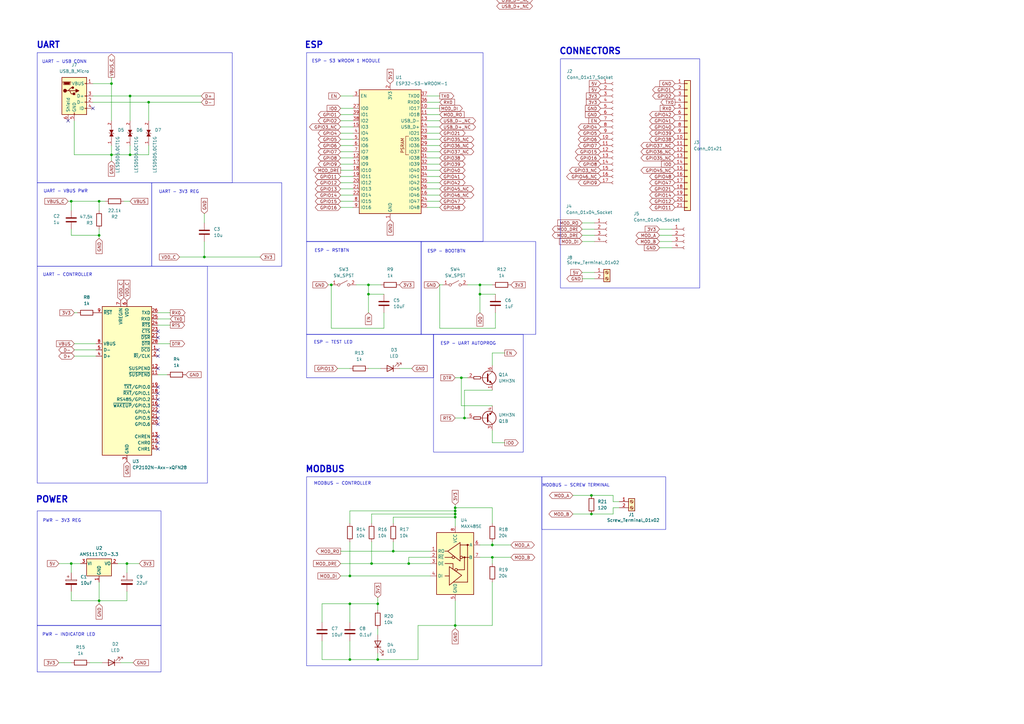
<source format=kicad_sch>
(kicad_sch (version 20231120) (generator "eeschema") (generator_version "8.0")
  (paper "A3")
  (lib_symbols
    (symbol "Connector:Conn_01x04_Socket" (pin_names (offset 1.016) hide)
      (property "Reference" "J" (at 0 5.08 0))
      (property "Value" "Conn_01x04_Socket" (at 0 -7.62 0))
      (symbol "Conn_01x04_Socket_1_1"
        (pin passive line (at -5.08 2.54 0) (length 3.81) (name "Pin_1") (number "1"))
        (pin passive line (at -5.08 0 0) (length 3.81) (name "Pin_2") (number "2"))
        (pin passive line (at -5.08 -2.54 0) (length 3.81) (name "Pin_3") (number "3"))
        (pin passive line (at -5.08 -5.08 0) (length 3.81) (name "Pin_4") (number "4"))
      )
    )
    (symbol "Connector:Conn_01x17_Socket" (pin_names (offset 1.016) hide)
      (property "Reference" "J" (at 0 22.86 0))
      (property "Value" "Conn_01x17_Socket" (at 0 -22.86 0))
      (symbol "Conn_01x17_Socket_1_1"
        (pin passive line (at -5.08 20.32 0) (length 3.81) (name "Pin_1") (number "1"))
        (pin passive line (at -5.08 -2.54 0) (length 3.81) (name "Pin_10") (number "10"))
        (pin passive line (at -5.08 -5.08 0) (length 3.81) (name "Pin_11") (number "11"))
        (pin passive line (at -5.08 -7.62 0) (length 3.81) (name "Pin_12") (number "12"))
        (pin passive line (at -5.08 -10.16 0) (length 3.81) (name "Pin_13") (number "13"))
        (pin passive line (at -5.08 -12.7 0) (length 3.81) (name "Pin_14") (number "14"))
        (pin passive line (at -5.08 -15.24 0) (length 3.81) (name "Pin_15") (number "15"))
        (pin passive line (at -5.08 -17.78 0) (length 3.81) (name "Pin_16") (number "16"))
        (pin passive line (at -5.08 -20.32 0) (length 3.81) (name "Pin_17") (number "17"))
        (pin passive line (at -5.08 17.78 0) (length 3.81) (name "Pin_2") (number "2"))
        (pin passive line (at -5.08 15.24 0) (length 3.81) (name "Pin_3") (number "3"))
        (pin passive line (at -5.08 12.7 0) (length 3.81) (name "Pin_4") (number "4"))
        (pin passive line (at -5.08 10.16 0) (length 3.81) (name "Pin_5") (number "5"))
        (pin passive line (at -5.08 7.62 0) (length 3.81) (name "Pin_6") (number "6"))
        (pin passive line (at -5.08 5.08 0) (length 3.81) (name "Pin_7") (number "7"))
        (pin passive line (at -5.08 2.54 0) (length 3.81) (name "Pin_8") (number "8"))
        (pin passive line (at -5.08 0 0) (length 3.81) (name "Pin_9") (number "9"))
      )
    )
    (symbol "Connector:Screw_Terminal_01x02" (pin_names (offset 1.016) hide)
      (property "Reference" "J" (at 0 2.54 0))
      (property "Value" "Screw_Terminal_01x02" (at 0 -5.08 0))
      (symbol "Screw_Terminal_01x02_1_1"
        (pin passive line (at -5.08 0 0) (length 3.81) (name "Pin_1") (number "1"))
        (pin passive line (at -5.08 -2.54 0) (length 3.81) (name "Pin_2") (number "2"))
      )
    )
    (symbol "Connector:USB_B_Micro" (pin_names (offset 1.016))
      (property "Reference" "J" (at -5.08 11.43 0))
      (property "Value" "USB_B_Micro" (at -5.08 8.89 0))
      (symbol "USB_B_Micro_1_1"
        (pin power_out line (at 7.62 5.08 180) (length 2.54) (name "VBUS") (number "1"))
        (pin bidirectional line (at 7.62 -2.54 180) (length 2.54) (name "D-") (number "2"))
        (pin bidirectional line (at 7.62 0 180) (length 2.54) (name "D+") (number "3"))
        (pin passive line (at 7.62 -5.08 180) (length 2.54) (name "ID") (number "4"))
        (pin power_out line (at 0 -10.16 90) (length 2.54) (name "GND") (number "5"))
        (pin passive line (at -2.54 -10.16 90) (length 2.54) (name "Shield") (number "6"))
      )
    )
    (symbol "Connector_Generic:Conn_01x21" (pin_names (offset 1.016) hide)
      (property "Reference" "J" (at 0 27.94 0))
      (property "Value" "Conn_01x21" (at 0 -27.94 0))
      (symbol "Conn_01x21_1_1"
        (pin passive line (at -5.08 25.4 0) (length 3.81) (name "Pin_1") (number "1"))
        (pin passive line (at -5.08 2.54 0) (length 3.81) (name "Pin_10") (number "10"))
        (pin passive line (at -5.08 0 0) (length 3.81) (name "Pin_11") (number "11"))
        (pin passive line (at -5.08 -2.54 0) (length 3.81) (name "Pin_12") (number "12"))
        (pin passive line (at -5.08 -5.08 0) (length 3.81) (name "Pin_13") (number "13"))
        (pin passive line (at -5.08 -7.62 0) (length 3.81) (name "Pin_14") (number "14"))
        (pin passive line (at -5.08 -10.16 0) (length 3.81) (name "Pin_15") (number "15"))
        (pin passive line (at -5.08 -12.7 0) (length 3.81) (name "Pin_16") (number "16"))
        (pin passive line (at -5.08 -15.24 0) (length 3.81) (name "Pin_17") (number "17"))
        (pin passive line (at -5.08 -17.78 0) (length 3.81) (name "Pin_18") (number "18"))
        (pin passive line (at -5.08 -20.32 0) (length 3.81) (name "Pin_19") (number "19"))
        (pin passive line (at -5.08 22.86 0) (length 3.81) (name "Pin_2") (number "2"))
        (pin passive line (at -5.08 -22.86 0) (length 3.81) (name "Pin_20") (number "20"))
        (pin passive line (at -5.08 -25.4 0) (length 3.81) (name "Pin_21") (number "21"))
        (pin passive line (at -5.08 20.32 0) (length 3.81) (name "Pin_3") (number "3"))
        (pin passive line (at -5.08 17.78 0) (length 3.81) (name "Pin_4") (number "4"))
        (pin passive line (at -5.08 15.24 0) (length 3.81) (name "Pin_5") (number "5"))
        (pin passive line (at -5.08 12.7 0) (length 3.81) (name "Pin_6") (number "6"))
        (pin passive line (at -5.08 10.16 0) (length 3.81) (name "Pin_7") (number "7"))
        (pin passive line (at -5.08 7.62 0) (length 3.81) (name "Pin_8") (number "8"))
        (pin passive line (at -5.08 5.08 0) (length 3.81) (name "Pin_9") (number "9"))
      )
    )
    (symbol "Device:C" (pin_numbers hide) (pin_names (offset 0.254))
      (property "Reference" "C" (at 0.635 2.54 0))
      (property "Value" "C" (at 0.635 -2.54 0))
      (symbol "C_1_1"
        (pin passive line (at 0 3.81 270) (length 2.794) (name "~") (number "1"))
        (pin passive line (at 0 -3.81 90) (length 2.794) (name "~") (number "2"))
      )
    )
    (symbol "Device:C_Polarized" (pin_numbers hide) (pin_names (offset 0.254))
      (property "Reference" "C" (at 0.635 2.54 0))
      (property "Value" "C_Polarized" (at 0.635 -2.54 0))
      (symbol "C_Polarized_1_1"
        (pin passive line (at 0 3.81 270) (length 2.794) (name "~") (number "1"))
        (pin passive line (at 0 -3.81 90) (length 2.794) (name "~") (number "2"))
      )
    )
    (symbol "Device:LED" (pin_numbers hide) (pin_names (offset 1.016) hide)
      (property "Reference" "D" (at 0 2.54 0))
      (property "Value" "LED" (at 0 -2.54 0))
      (symbol "LED_1_1"
        (pin passive line (at -3.81 0 0) (length 2.54) (name "K") (number "1"))
        (pin passive line (at 3.81 0 180) (length 2.54) (name "A") (number "2"))
      )
    )
    (symbol "Device:R" (pin_numbers hide) (pin_names (offset 0))
      (property "Reference" "R" (at 2.032 0 90))
      (property "Value" "R" (at 0 0 90))
      (symbol "R_1_1"
        (pin passive line (at 0 3.81 270) (length 1.27) (name "~") (number "1"))
        (pin passive line (at 0 -3.81 90) (length 1.27) (name "~") (number "2"))
      )
    )
    (symbol "Interface_UART:MAX485E"
      (property "Reference" "U" (at -6.985 13.97 0))
      (property "Value" "MAX485E" (at 1.905 13.97 0))
      (symbol "MAX485E_1_1"
        (pin output line (at -10.16 5.08 0) (length 2.54) (name "RO") (number "1"))
        (pin input line (at -10.16 2.54 0) (length 2.54) (name "~{RE}") (number "2"))
        (pin input line (at -10.16 0 0) (length 2.54) (name "DE") (number "3"))
        (pin input line (at -10.16 -5.08 0) (length 2.54) (name "DI") (number "4"))
        (pin power_in line (at 0 -15.24 90) (length 2.54) (name "GND") (number "5"))
        (pin bidirectional line (at 10.16 7.62 180) (length 2.54) (name "A") (number "6"))
        (pin bidirectional line (at 10.16 2.54 180) (length 2.54) (name "B") (number "7"))
        (pin power_in line (at 0 15.24 270) (length 2.54) (name "VCC") (number "8"))
      )
    )
    (symbol "Interface_USB:CP2102N-Axx-xQFN28"
      (property "Reference" "U" (at -8.89 31.75 0))
      (property "Value" "CP2102N-Axx-xQFN28" (at 12.7 31.75 0))
      (symbol "CP2102N-Axx-xQFN28_1_1"
        (pin input line (at 12.7 12.7 180) (length 2.54) (name "~{DCD}") (number "1"))
        (pin no_connect line (at -10.16 -27.94 0) (length 2.54) hide (name "NC") (number "10"))
        (pin output line (at 12.7 2.54 180) (length 2.54) (name "~{SUSPEND}") (number "11"))
        (pin output line (at 12.7 5.08 180) (length 2.54) (name "SUSPEND") (number "12"))
        (pin output line (at 12.7 -22.86 180) (length 2.54) (name "CHREN") (number "13"))
        (pin output line (at 12.7 -27.94 180) (length 2.54) (name "CHR1") (number "14"))
        (pin output line (at 12.7 -25.4 180) (length 2.54) (name "CHR0") (number "15"))
        (pin bidirectional line (at 12.7 -10.16 180) (length 2.54) (name "~{WAKEUP}/GPIO.3") (number "16"))
        (pin bidirectional line (at 12.7 -7.62 180) (length 2.54) (name "RS485/GPIO.2") (number "17"))
        (pin bidirectional line (at 12.7 -5.08 180) (length 2.54) (name "~{RXT}/GPIO.1") (number "18"))
        (pin bidirectional line (at 12.7 -2.54 180) (length 2.54) (name "~{TXT}/GPIO.0") (number "19"))
        (pin bidirectional line (at 12.7 10.16 180) (length 2.54) (name "~{RI}/CLK") (number "2"))
        (pin bidirectional line (at 12.7 -17.78 180) (length 2.54) (name "GPIO.6") (number "20"))
        (pin bidirectional line (at 12.7 -15.24 180) (length 2.54) (name "GPIO.5") (number "21"))
        (pin bidirectional line (at 12.7 -12.7 180) (length 2.54) (name "GPIO.4") (number "22"))
        (pin input line (at 12.7 20.32 180) (length 2.54) (name "~{CTS}") (number "23"))
        (pin output line (at 12.7 22.86 180) (length 2.54) (name "~{RTS}") (number "24"))
        (pin input line (at 12.7 25.4 180) (length 2.54) (name "RXD") (number "25"))
        (pin output line (at 12.7 27.94 180) (length 2.54) (name "TXD") (number "26"))
        (pin input line (at 12.7 17.78 180) (length 2.54) (name "~{DSR}") (number "27"))
        (pin output line (at 12.7 15.24 180) (length 2.54) (name "~{DTR}") (number "28"))
        (pin passive line (at 0 -33.02 90) (length 2.54) hide (name "GND") (number "29"))
        (pin power_in line (at 0 -33.02 90) (length 2.54) (name "GND") (number "3"))
        (pin bidirectional line (at -12.7 10.16 0) (length 2.54) (name "D+") (number "4"))
        (pin bidirectional line (at -12.7 12.7 0) (length 2.54) (name "D-") (number "5"))
        (pin power_in line (at 0 33.02 270) (length 2.54) (name "VDD") (number "6"))
        (pin power_in line (at -2.54 33.02 270) (length 2.54) (name "VREGIN") (number "7"))
        (pin input line (at -12.7 15.24 0) (length 2.54) (name "VBUS") (number "8"))
        (pin input line (at -12.7 27.94 0) (length 2.54) (name "~{RST}") (number "9"))
      )
    )
    (symbol "LESD5D5.0CT1G:LESD5D5.0CT1G" (pin_names (offset 1.016))
      (property "Reference" "D" (at -5.08 2.54 0))
      (property "Value" "LESD5D5.0CT1G" (at -5.08 -5.08 0))
      (symbol "LESD5D5.0CT1G_0_0"
        (pin passive line (at -5.08 0 0) (length 2.54) (name "~") (number "1"))
        (pin passive line (at 5.08 0 180) (length 2.54) (name "~") (number "2"))
      )
    )
    (symbol "RF_Module:ESP32-S3-WROOM-1"
      (property "Reference" "U" (at -12.7 26.67 0))
      (property "Value" "ESP32-S3-WROOM-1" (at 12.7 26.67 0))
      (symbol "ESP32-S3-WROOM-1_0_0"
        (text "PSRAM" (at 5.08 2.54 900) (effects (font (size 1.27 1.27))))
      )
      (symbol "ESP32-S3-WROOM-1_1_1"
        (pin power_in line (at 0 -27.94 90) (length 2.54) (name "GND") (number "1"))
        (pin bidirectional line (at 15.24 17.78 180) (length 2.54) (name "IO17") (number "10"))
        (pin bidirectional line (at 15.24 15.24 180) (length 2.54) (name "IO18") (number "11"))
        (pin bidirectional line (at -15.24 -2.54 0) (length 2.54) (name "IO8") (number "12"))
        (pin bidirectional line (at 15.24 12.7 180) (length 2.54) (name "USB_D-") (number "13"))
        (pin bidirectional line (at 15.24 10.16 180) (length 2.54) (name "USB_D+") (number "14"))
        (pin bidirectional line (at -15.24 10.16 0) (length 2.54) (name "IO3") (number "15"))
        (pin bidirectional line (at 15.24 -17.78 180) (length 2.54) (name "IO46") (number "16"))
        (pin bidirectional line (at -15.24 -5.08 0) (length 2.54) (name "IO9") (number "17"))
        (pin bidirectional line (at -15.24 -7.62 0) (length 2.54) (name "IO10") (number "18"))
        (pin bidirectional line (at -15.24 -10.16 0) (length 2.54) (name "IO11") (number "19"))
        (pin power_in line (at 0 27.94 270) (length 2.54) (name "3V3") (number "2"))
        (pin bidirectional line (at -15.24 -12.7 0) (length 2.54) (name "IO12") (number "20"))
        (pin bidirectional line (at -15.24 -15.24 0) (length 2.54) (name "IO13") (number "21"))
        (pin bidirectional line (at -15.24 -17.78 0) (length 2.54) (name "IO14") (number "22"))
        (pin bidirectional line (at 15.24 7.62 180) (length 2.54) (name "IO21") (number "23"))
        (pin bidirectional line (at 15.24 -20.32 180) (length 2.54) (name "IO47") (number "24"))
        (pin bidirectional line (at 15.24 -22.86 180) (length 2.54) (name "IO48") (number "25"))
        (pin bidirectional line (at 15.24 -15.24 180) (length 2.54) (name "IO45") (number "26"))
        (pin bidirectional line (at -15.24 17.78 0) (length 2.54) (name "IO0") (number "27"))
        (pin bidirectional line (at 15.24 5.08 180) (length 2.54) (name "IO35") (number "28"))
        (pin bidirectional line (at 15.24 2.54 180) (length 2.54) (name "IO36") (number "29"))
        (pin input line (at -15.24 22.86 0) (length 2.54) (name "EN") (number "3"))
        (pin bidirectional line (at 15.24 0 180) (length 2.54) (name "IO37") (number "30"))
        (pin bidirectional line (at 15.24 -2.54 180) (length 2.54) (name "IO38") (number "31"))
        (pin bidirectional line (at 15.24 -5.08 180) (length 2.54) (name "IO39") (number "32"))
        (pin bidirectional line (at 15.24 -7.62 180) (length 2.54) (name "IO40") (number "33"))
        (pin bidirectional line (at 15.24 -10.16 180) (length 2.54) (name "IO41") (number "34"))
        (pin bidirectional line (at 15.24 -12.7 180) (length 2.54) (name "IO42") (number "35"))
        (pin bidirectional line (at 15.24 20.32 180) (length 2.54) (name "RXD0") (number "36"))
        (pin bidirectional line (at 15.24 22.86 180) (length 2.54) (name "TXD0") (number "37"))
        (pin bidirectional line (at -15.24 12.7 0) (length 2.54) (name "IO2") (number "38"))
        (pin bidirectional line (at -15.24 15.24 0) (length 2.54) (name "IO1") (number "39"))
        (pin bidirectional line (at -15.24 7.62 0) (length 2.54) (name "IO4") (number "4"))
        (pin passive line (at 0 -27.94 90) (length 2.54) hide (name "GND") (number "40"))
        (pin passive line (at 0 -27.94 90) (length 2.54) hide (name "GND") (number "41"))
        (pin bidirectional line (at -15.24 5.08 0) (length 2.54) (name "IO5") (number "5"))
        (pin bidirectional line (at -15.24 2.54 0) (length 2.54) (name "IO6") (number "6"))
        (pin bidirectional line (at -15.24 0 0) (length 2.54) (name "IO7") (number "7"))
        (pin bidirectional line (at -15.24 -20.32 0) (length 2.54) (name "IO15") (number "8"))
        (pin bidirectional line (at -15.24 -22.86 0) (length 2.54) (name "IO16") (number "9"))
      )
    )
    (symbol "Regulator_Linear:AMS1117CD-3.3" (pin_names (offset 0.254))
      (property "Reference" "U" (at -3.81 3.175 0))
      (property "Value" "AMS1117CD-3.3" (at 0 3.175 0))
      (symbol "AMS1117CD-3.3_1_1"
        (pin power_in line (at 0 -7.62 90) (length 2.54) (name "GND") (number "1"))
        (pin power_out line (at 7.62 0 180) (length 2.54) (name "VO") (number "2"))
        (pin power_in line (at -7.62 0 0) (length 2.54) (name "VI") (number "3"))
      )
    )
    (symbol "Switch:SW_SPST" (pin_names (offset 0) hide)
      (property "Reference" "SW" (at 0 3.175 0))
      (property "Value" "SW_SPST" (at 0 -2.54 0))
      (symbol "SW_SPST_1_1"
        (pin passive line (at -5.08 0 0) (length 2.54) (name "A") (number "1"))
        (pin passive line (at 5.08 0 180) (length 2.54) (name "B") (number "2"))
      )
    )
    (symbol "Transistor_BJT:UMH3N" (pin_names hide)
      (property "Reference" "Q" (at 7.62 1.27 0))
      (property "Value" "UMH3N" (at 7.62 -1.27 0))
      (symbol "UMH3N_1_1"
        (pin passive line (at 5.08 -5.08 90) (length 2.54) (name "E1") (number "1"))
        (pin input line (at -5.08 0 0) (length 2.54) (name "B1") (number "2"))
        (pin passive line (at 5.08 5.08 270) (length 2.54) (name "C1") (number "6"))
      )
      (symbol "UMH3N_2_1"
        (pin passive line (at 5.08 5.08 270) (length 2.54) (name "C2") (number "3"))
        (pin passive line (at 5.08 -5.08 90) (length 2.54) (name "E2") (number "4"))
        (pin input line (at -5.08 0 0) (length 2.54) (name "B2") (number "5"))
      )
    )
  )
  (junction (at 201.93 228.6))
  (junction (at 186.69 212.09))
  (junction (at 190.5 171.45))
  (junction (at 143.51 236.22))
  (junction (at 151.13 116.84))
  (junction (at 161.29 226.06))
  (junction (at 45.72 63.5))
  (junction (at 135.89 116.84))
  (junction (at 167.64 231.14))
  (junction (at 60.96 41.91))
  (junction (at 151.13 120.65))
  (junction (at 196.85 120.65))
  (junction (at 201.93 223.52))
  (junction (at 152.4 231.14))
  (junction (at 186.69 256.54))
  (junction (at 186.69 209.55))
  (junction (at 53.34 39.37))
  (junction (at 186.69 210.82))
  (junction (at 154.94 247.65))
  (junction (at 40.64 96.52))
  (junction (at 45.72 34.29))
  (junction (at 242.57 210.82))
  (junction (at 52.07 231.14))
  (junction (at 83.82 105.41))
  (junction (at 40.64 82.55))
  (junction (at 29.21 82.55))
  (junction (at 196.85 116.84))
  (junction (at 186.69 208.28))
  (junction (at 143.51 247.65))
  (junction (at 242.57 203.2))
  (junction (at 29.21 231.14))
  (junction (at 189.23 154.94))
  (junction (at 154.94 270.51))
  (junction (at 40.64 246.38))
  (junction (at 143.51 270.51))
  (junction (at 53.34 63.5))
  (no_connect (at 64.77 158.75))
  (no_connect (at 213.36 -22.86))
  (no_connect (at 64.77 179.07))
  (no_connect (at 64.77 173.99))
  (no_connect (at 27.94 49.53))
  (no_connect (at 64.77 143.51))
  (no_connect (at 64.77 166.37))
  (no_connect (at 64.77 171.45))
  (no_connect (at 64.77 168.91))
  (no_connect (at 64.77 181.61))
  (no_connect (at 64.77 135.89))
  (no_connect (at 64.77 138.43))
  (no_connect (at 38.1 44.45))
  (no_connect (at 64.77 163.83))
  (no_connect (at 64.77 146.05))
  (no_connect (at 64.77 151.13))
  (no_connect (at 64.77 161.29))
  (no_connect (at 64.77 184.15))
  (wire (pts (xy 201.93 222.25) (xy 201.93 223.52)))
  (wire (pts (xy 139.7 64.77) (xy 144.78 64.77)))
  (wire (pts (xy 53.34 39.37) (xy 82.55 39.37)))
  (wire (pts (xy 139.7 49.53) (xy 144.78 49.53)))
  (wire (pts (xy 45.72 31.75) (xy 45.72 34.29)))
  (wire (pts (xy 64.77 153.67) (xy 68.58 153.67)))
  (wire (pts (xy 176.53 228.6) (xy 167.64 228.6)))
  (wire (pts (xy 60.96 41.91) (xy 60.96 49.53)))
  (wire (pts (xy 38.1 39.37) (xy 53.34 39.37)))
  (wire (pts (xy 203.2 128.27) (xy 203.2 134.62)))
  (wire (pts (xy 161.29 226.06) (xy 176.53 226.06)))
  (wire (pts (xy 29.21 82.55) (xy 29.21 86.36)))
  (wire (pts (xy 189.23 166.37) (xy 189.23 154.94)))
  (wire (pts (xy 201.93 208.28) (xy 186.69 208.28)))
  (wire (pts (xy 143.51 209.55) (xy 186.69 209.55)))
  (wire (pts (xy 175.26 44.45) (xy 180.34 44.45)))
  (wire (pts (xy 151.13 116.84) (xy 151.13 120.65)))
  (wire (pts (xy 175.26 62.23) (xy 180.34 62.23)))
  (wire (pts (xy 139.7 39.37) (xy 144.78 39.37)))
  (wire (pts (xy 175.26 82.55) (xy 180.34 82.55)))
  (wire (pts (xy 139.7 46.99) (xy 144.78 46.99)))
  (wire (pts (xy 139.7 52.07) (xy 144.78 52.07)))
  (wire (pts (xy 139.7 85.09) (xy 144.78 85.09)))
  (wire (pts (xy 143.51 247.65) (xy 132.08 247.65)))
  (wire (pts (xy 143.51 214.63) (xy 143.51 209.55)))
  (wire (pts (xy 45.72 63.5) (xy 53.34 63.5)))
  (wire (pts (xy 27.94 82.55) (xy 29.21 82.55)))
  (wire (pts (xy 38.1 41.91) (xy 60.96 41.91)))
  (wire (pts (xy 175.26 57.15) (xy 180.34 57.15)))
  (wire (pts (xy 60.96 59.69) (xy 60.96 63.5)))
  (wire (pts (xy 161.29 222.25) (xy 161.29 226.06)))
  (wire (pts (xy 64.77 128.27) (xy 69.85 128.27)))
  (wire (pts (xy 175.26 80.01) (xy 180.34 80.01)))
  (wire (pts (xy 186.69 256.54) (xy 186.69 246.38)))
  (wire (pts (xy 196.85 116.84) (xy 196.85 120.65)))
  (wire (pts (xy 40.64 246.38) (xy 40.64 247.65)))
  (wire (pts (xy 201.93 144.78) (xy 207.01 144.78)))
  (wire (pts (xy 175.26 64.77) (xy 180.34 64.77)))
  (wire (pts (xy 201.93 149.86) (xy 201.93 144.78)))
  (wire (pts (xy 201.93 256.54) (xy 186.69 256.54)))
  (wire (pts (xy 151.13 120.65) (xy 151.13 128.27)))
  (wire (pts (xy 24.13 271.78) (xy 29.21 271.78)))
  (wire (pts (xy 52.07 246.38) (xy 52.07 242.57)))
  (wire (pts (xy 143.51 262.89) (xy 143.51 270.51)))
  (wire (pts (xy 30.48 143.51) (xy 39.37 143.51)))
  (wire (pts (xy 161.29 214.63) (xy 161.29 212.09)))
  (wire (pts (xy 53.34 39.37) (xy 53.34 49.53)))
  (wire (pts (xy 151.13 151.13) (xy 156.21 151.13)))
  (wire (pts (xy 29.21 246.38) (xy 29.21 242.57)))
  (wire (pts (xy 139.7 72.39) (xy 144.78 72.39)))
  (wire (pts (xy 139.7 59.69) (xy 144.78 59.69)))
  (wire (pts (xy 156.21 116.84) (xy 151.13 116.84)))
  (wire (pts (xy 209.55 223.52) (xy 201.93 223.52)))
  (wire (pts (xy 163.83 151.13) (xy 168.91 151.13)))
  (wire (pts (xy 175.26 54.61) (xy 180.34 54.61)))
  (wire (pts (xy 139.7 54.61) (xy 144.78 54.61)))
  (wire (pts (xy 64.77 133.35) (xy 69.85 133.35)))
  (wire (pts (xy 139.7 236.22) (xy 143.51 236.22)))
  (wire (pts (xy 30.48 49.53) (xy 30.48 63.5)))
  (wire (pts (xy 24.13 231.14) (xy 29.21 231.14)))
  (wire (pts (xy 167.64 228.6) (xy 167.64 231.14)))
  (wire (pts (xy 154.94 257.81) (xy 154.94 260.35)))
  (wire (pts (xy 29.21 231.14) (xy 29.21 234.95)))
  (wire (pts (xy 186.69 207.01) (xy 186.69 208.28)))
  (wire (pts (xy 29.21 96.52) (xy 40.64 96.52)))
  (wire (pts (xy 64.77 140.97) (xy 69.85 140.97)))
  (wire (pts (xy 251.46 205.74) (xy 251.46 203.2)))
  (wire (pts (xy 238.76 114.3) (xy 243.84 114.3)))
  (wire (pts (xy 203.2 120.65) (xy 196.85 120.65)))
  (wire (pts (xy 152.4 231.14) (xy 167.64 231.14)))
  (wire (pts (xy 254 205.74) (xy 251.46 205.74)))
  (wire (pts (xy 40.64 97.79) (xy 40.64 96.52)))
  (wire (pts (xy 152.4 214.63) (xy 152.4 210.82)))
  (wire (pts (xy 251.46 208.28) (xy 251.46 210.82)))
  (wire (pts (xy 49.53 271.78) (xy 54.61 271.78)))
  (wire (pts (xy 83.82 105.41) (xy 106.68 105.41)))
  (wire (pts (xy 30.48 140.97) (xy 39.37 140.97)))
  (wire (pts (xy 275.59 101.6) (xy 270.51 101.6)))
  (wire (pts (xy 254 208.28) (xy 251.46 208.28)))
  (wire (pts (xy 190.5 171.45) (xy 191.77 171.45)))
  (wire (pts (xy 152.4 222.25) (xy 152.4 231.14)))
  (wire (pts (xy 167.64 231.14) (xy 176.53 231.14)))
  (wire (pts (xy 45.72 59.69) (xy 45.72 63.5)))
  (wire (pts (xy 180.34 39.37) (xy 175.26 39.37)))
  (wire (pts (xy 53.34 59.69) (xy 53.34 63.5)))
  (wire (pts (xy 189.23 154.94) (xy 191.77 154.94)))
  (wire (pts (xy 143.51 270.51) (xy 154.94 270.51)))
  (wire (pts (xy 132.08 262.89) (xy 132.08 270.51)))
  (wire (pts (xy 201.93 176.53) (xy 201.93 181.61)))
  (wire (pts (xy 154.94 247.65) (xy 143.51 247.65)))
  (wire (pts (xy 146.05 116.84) (xy 151.13 116.84)))
  (wire (pts (xy 201.93 238.76) (xy 201.93 256.54)))
  (wire (pts (xy 40.64 86.36) (xy 40.64 82.55)))
  (wire (pts (xy 139.7 226.06) (xy 161.29 226.06)))
  (wire (pts (xy 186.69 171.45) (xy 190.5 171.45)))
  (wire (pts (xy 201.93 160.02) (xy 190.5 160.02)))
  (wire (pts (xy 135.89 134.62) (xy 135.89 116.84)))
  (wire (pts (xy 190.5 160.02) (xy 190.5 171.45)))
  (wire (pts (xy 53.34 63.5) (xy 60.96 63.5)))
  (wire (pts (xy 48.26 231.14) (xy 52.07 231.14)))
  (wire (pts (xy 186.69 210.82) (xy 186.69 212.09)))
  (wire (pts (xy 29.21 246.38) (xy 40.64 246.38)))
  (wire (pts (xy 201.93 214.63) (xy 201.93 208.28)))
  (wire (pts (xy 139.7 82.55) (xy 144.78 82.55)))
  (wire (pts (xy 53.34 82.55) (xy 50.8 82.55)))
  (wire (pts (xy 180.34 46.99) (xy 175.26 46.99)))
  (wire (pts (xy 175.26 67.31) (xy 180.34 67.31)))
  (wire (pts (xy 175.26 72.39) (xy 180.34 72.39)))
  (wire (pts (xy 52.07 231.14) (xy 57.15 231.14)))
  (wire (pts (xy 154.94 245.11) (xy 154.94 247.65)))
  (wire (pts (xy 275.59 96.52) (xy 270.51 96.52)))
  (wire (pts (xy 238.76 96.52) (xy 243.84 96.52)))
  (wire (pts (xy 45.72 34.29) (xy 45.72 49.53)))
  (wire (pts (xy 83.82 87.63) (xy 83.82 91.44)))
  (wire (pts (xy 238.76 111.76) (xy 243.84 111.76)))
  (wire (pts (xy 143.51 247.65) (xy 143.51 255.27)))
  (wire (pts (xy 186.69 257.81) (xy 186.69 256.54)))
  (wire (pts (xy 186.69 212.09) (xy 186.69 215.9)))
  (wire (pts (xy 143.51 222.25) (xy 143.51 236.22)))
  (wire (pts (xy 180.34 116.84) (xy 181.61 116.84)))
  (wire (pts (xy 36.83 271.78) (xy 41.91 271.78)))
  (wire (pts (xy 238.76 99.06) (xy 243.84 99.06)))
  (wire (pts (xy 175.26 52.07) (xy 180.34 52.07)))
  (wire (pts (xy 38.1 34.29) (xy 45.72 34.29)))
  (wire (pts (xy 275.59 99.06) (xy 270.51 99.06)))
  (wire (pts (xy 83.82 105.41) (xy 83.82 99.06)))
  (wire (pts (xy 203.2 134.62) (xy 180.34 134.62)))
  (wire (pts (xy 209.55 228.6) (xy 201.93 228.6)))
  (wire (pts (xy 143.51 236.22) (xy 176.53 236.22)))
  (wire (pts (xy 139.7 62.23) (xy 144.78 62.23)))
  (wire (pts (xy 132.08 270.51) (xy 143.51 270.51)))
  (wire (pts (xy 40.64 238.76) (xy 40.64 246.38)))
  (wire (pts (xy 60.96 41.91) (xy 82.55 41.91)))
  (wire (pts (xy 175.26 69.85) (xy 180.34 69.85)))
  (wire (pts (xy 251.46 203.2) (xy 242.57 203.2)))
  (wire (pts (xy 175.26 77.47) (xy 180.34 77.47)))
  (wire (pts (xy 139.7 231.14) (xy 152.4 231.14)))
  (wire (pts (xy 186.69 209.55) (xy 186.69 210.82)))
  (wire (pts (xy 157.48 134.62) (xy 135.89 134.62)))
  (wire (pts (xy 30.48 128.27) (xy 31.75 128.27)))
  (wire (pts (xy 33.02 231.14) (xy 29.21 231.14)))
  (wire (pts (xy 30.48 63.5) (xy 45.72 63.5)))
  (wire (pts (xy 180.34 134.62) (xy 180.34 116.84)))
  (wire (pts (xy 139.7 74.93) (xy 144.78 74.93)))
  (wire (pts (xy 52.07 231.14) (xy 52.07 234.95)))
  (wire (pts (xy 30.48 146.05) (xy 39.37 146.05)))
  (wire (pts (xy 43.18 82.55) (xy 40.64 82.55)))
  (wire (pts (xy 40.64 246.38) (xy 52.07 246.38)))
  (wire (pts (xy 186.69 256.54) (xy 171.45 256.54)))
  (wire (pts (xy 161.29 212.09) (xy 186.69 212.09)))
  (wire (pts (xy 45.72 63.5) (xy 45.72 66.04)))
  (wire (pts (xy 201.93 228.6) (xy 201.93 231.14)))
  (wire (pts (xy 201.93 166.37) (xy 189.23 166.37)))
  (wire (pts (xy 29.21 93.98) (xy 29.21 96.52)))
  (wire (pts (xy 139.7 77.47) (xy 144.78 77.47)))
  (wire (pts (xy 175.26 59.69) (xy 180.34 59.69)))
  (wire (pts (xy 64.77 130.81) (xy 69.85 130.81)))
  (wire (pts (xy 186.69 208.28) (xy 186.69 209.55)))
  (wire (pts (xy 180.34 41.91) (xy 175.26 41.91)))
  (wire (pts (xy 201.93 181.61) (xy 207.01 181.61)))
  (wire (pts (xy 175.26 85.09) (xy 180.34 85.09)))
  (wire (pts (xy 154.94 270.51) (xy 154.94 267.97)))
  (wire (pts (xy 251.46 210.82) (xy 242.57 210.82)))
  (wire (pts (xy 139.7 57.15) (xy 144.78 57.15)))
  (wire (pts (xy 186.69 154.94) (xy 189.23 154.94)))
  (wire (pts (xy 134.62 116.84) (xy 135.89 116.84)))
  (wire (pts (xy 157.48 120.65) (xy 151.13 120.65)))
  (wire (pts (xy 234.95 210.82) (xy 242.57 210.82)))
  (wire (pts (xy 139.7 69.85) (xy 144.78 69.85)))
  (wire (pts (xy 275.59 93.98) (xy 270.51 93.98)))
  (wire (pts (xy 171.45 270.51) (xy 154.94 270.51)))
  (wire (pts (xy 201.93 116.84) (xy 196.85 116.84)))
  (wire (pts (xy 238.76 93.98) (xy 243.84 93.98)))
  (wire (pts (xy 139.7 67.31) (xy 144.78 67.31)))
  (wire (pts (xy 238.76 91.44) (xy 243.84 91.44)))
  (wire (pts (xy 234.95 203.2) (xy 242.57 203.2)))
  (wire (pts (xy 139.7 44.45) (xy 144.78 44.45)))
  (wire (pts (xy 196.85 120.65) (xy 196.85 128.27)))
  (wire (pts (xy 157.48 128.27) (xy 157.48 134.62)))
  (wire (pts (xy 139.7 80.01) (xy 144.78 80.01)))
  (wire (pts (xy 191.77 116.84) (xy 196.85 116.84)))
  (wire (pts (xy 171.45 256.54) (xy 171.45 270.51)))
  (wire (pts (xy 138.43 151.13) (xy 143.51 151.13)))
  (wire (pts (xy 175.26 49.53) (xy 180.34 49.53)))
  (wire (pts (xy 175.26 74.93) (xy 180.34 74.93)))
  (wire (pts (xy 132.08 247.65) (xy 132.08 255.27)))
  (wire (pts (xy 201.93 228.6) (xy 196.85 228.6)))
  (wire (pts (xy 201.93 223.52) (xy 196.85 223.52)))
  (wire (pts (xy 73.66 105.41) (xy 83.82 105.41)))
  (wire (pts (xy 40.64 96.52) (xy 40.64 93.98)))
  (wire (pts (xy 29.21 82.55) (xy 40.64 82.55)))
  (wire (pts (xy 152.4 210.82) (xy 186.69 210.82)))
  (wire (pts (xy 154.94 247.65) (xy 154.94 250.19)))
  (rectangle (start 177.8 137.16) (end 214.63 185.42))
  (rectangle (start 15.24 209.55) (end 66.04 256.54))
  (rectangle (start 15.24 256.54) (end 66.04 275.59))
  (rectangle (start 125.73 99.06) (end 172.72 137.16))
  (rectangle (start 125.73 21.59) (end 198.12 99.06))
  (rectangle (start 62.23 74.93) (end 115.57 109.22))
  (rectangle (start 15.24 109.22) (end 85.09 198.12))
  (rectangle (start 125.73 195.58) (end 222.25 273.05))
  (rectangle (start 125.73 137.16) (end 177.8 154.94))
  (rectangle (start 229.87 24.13) (end 287.02 118.11))
  (rectangle (start 15.24 21.59) (end 95.25 74.93))
  (rectangle (start 222.25 195.58) (end 273.05 217.17))
  (rectangle (start 15.24 74.93) (end 62.23 109.22))
  (rectangle (start 172.72 99.06) (end 219.71 137.16))
  (text "ESP - UART AUTOPROG" (at 192.024 140.97 0) (effects (font (size 1.27 1.27))))
  (text "ESP - RSTBTN" (at 136.144 102.87 0) (effects (font (size 1.27 1.27))))
  (text "ESP - TEST LED" (at 136.652 140.462 0) (effects (font (size 1.27 1.27))))
  (text "UART - CONTROLLER" (at 27.686 112.776 0) (effects (font (size 1.27 1.27))))
  (text "ESP - BOOTBTN" (at 183.134 103.124 0) (effects (font (size 1.27 1.27))))
  (text "CONNECTORS" (at 242.062 21.082 0) (effects (font (size 2.54 2.54) (thickness 0.508) (bold yes))))
  (text "PWR - 3V3 REG\n" (at 25.4 213.614 0) (effects (font (size 1.27 1.27))))
  (text "MODBUS - CONTROLLER" (at 140.462 198.374 0) (effects (font (size 1.27 1.27))))
  (text "MODBUS - SCREW TERMINAL" (at 236.22 199.136 0) (effects (font (size 1.27 1.27))))
  (text "UART - USB CONN" (at 26.416 25.4 0) (effects (font (size 1.27 1.27))))
  (text "UART - 3V3 REG" (at 73.406 78.74 0) (effects (font (size 1.27 1.27))))
  (text "UART" (at 19.812 18.542 0) (effects (font (size 2.54 2.54) (thickness 0.508) (bold yes))))
  (text "ESP - S3 WROOM 1 MODULE" (at 141.986 25.146 0) (effects (font (size 1.27 1.27))))
  (text "ESP" (at 128.778 18.542 0) (effects (font (size 2.54 2.54) (thickness 0.508) (bold yes))))
  (text "POWER" (at 21.336 204.978 0) (effects (font (size 2.54 2.54) (thickness 0.508) (bold yes))))
  (text "MODBUS" (at 133.35 192.532 0) (effects (font (size 2.54 2.54) (thickness 0.508) (bold yes))))
  (text "UART - VBUS PWR" (at 26.924 78.486 0) (effects (font (size 1.27 1.27))))
  (text "PWR - INDICATOR LED" (at 28.194 260.35 0) (effects (font (size 1.27 1.27))))
  (global_label "D+" (shape bidirectional) (at 30.48 146.05 180) (property "Intersheetrefs" "${INTERSHEET_REFS}" (effects (hide yes))))
  (global_label "GND" (shape input) (at 45.72 66.04 270) (property "Intersheetrefs" "${INTERSHEET_REFS}" (effects (hide yes))))
  (global_label "GPIO21" (shape bidirectional) (at 276.86 77.47 180) (property "Intersheetrefs" "${INTERSHEET_REFS}" (effects (hide yes))))
  (global_label "DTR" (shape output) (at 69.85 140.97 0) (property "Intersheetrefs" "${INTERSHEET_REFS}" (effects (hide yes))))
  (global_label "GPIO35_NC" (shape bidirectional) (at 180.34 57.15 0) (property "Intersheetrefs" "${INTERSHEET_REFS}" (effects (hide yes))))
  (global_label "EN" (shape input) (at 151.13 128.27 270) (property "Intersheetrefs" "${INTERSHEET_REFS}" (effects (hide yes))))
  (global_label "3V3" (shape input) (at 57.15 231.14 0) (property "Intersheetrefs" "${INTERSHEET_REFS}" (effects (hide yes))))
  (global_label "MOD_RO" (shape input) (at 180.34 46.99 0) (property "Intersheetrefs" "${INTERSHEET_REFS}" (effects (hide yes))))
  (global_label "GPIO15" (shape bidirectional) (at 139.7 82.55 180) (property "Intersheetrefs" "${INTERSHEET_REFS}" (effects (hide yes))))
  (global_label "VDD_C" (shape input) (at 52.07 123.19 90) (property "Intersheetrefs" "${INTERSHEET_REFS}" (effects (hide yes))))
  (global_label "DTR" (shape input) (at 186.69 154.94 180) (property "Intersheetrefs" "${INTERSHEET_REFS}" (effects (hide yes))))
  (global_label "GND" (shape input) (at 270.51 101.6 180) (property "Intersheetrefs" "${INTERSHEET_REFS}" (effects (hide yes))))
  (global_label "GPIO38" (shape bidirectional) (at 180.34 64.77 0) (property "Intersheetrefs" "${INTERSHEET_REFS}" (effects (hide yes))))
  (global_label "RX0" (shape input) (at 276.86 44.45 180) (property "Intersheetrefs" "${INTERSHEET_REFS}" (effects (hide yes))))
  (global_label "VBUS" (shape input) (at 30.48 140.97 180) (property "Intersheetrefs" "${INTERSHEET_REFS}" (effects (hide yes))))
  (global_label "MOD_DRE" (shape bidirectional) (at 238.76 96.52 180) (property "Intersheetrefs" "${INTERSHEET_REFS}" (effects (hide yes))))
  (global_label "TX0" (shape output) (at 276.86 41.91 180) (property "Intersheetrefs" "${INTERSHEET_REFS}" (effects (hide yes))))
  (global_label "GPIO2" (shape bidirectional) (at 139.7 49.53 180) (property "Intersheetrefs" "${INTERSHEET_REFS}" (effects (hide yes))))
  (global_label "USB_D+_NC" (shape bidirectional) (at 218.44 2.54 180) (property "Intersheetrefs" "${INTERSHEET_REFS}" (effects (hide yes))))
  (global_label "5V" (shape input) (at 24.13 231.14 180) (property "Intersheetrefs" "${INTERSHEET_REFS}" (effects (hide yes))))
  (global_label "GND" (shape input) (at 54.61 271.78 0) (property "Intersheetrefs" "${INTERSHEET_REFS}" (effects (hide yes))))
  (global_label "GPIO48" (shape bidirectional) (at 276.86 72.39 180) (property "Intersheetrefs" "${INTERSHEET_REFS}" (effects (hide yes))))
  (global_label "3V3" (shape input) (at 160.02 34.29 90) (property "Intersheetrefs" "${INTERSHEET_REFS}" (effects (hide yes))))
  (global_label "GPIO13" (shape input) (at 138.43 151.13 180) (property "Intersheetrefs" "${INTERSHEET_REFS}" (effects (hide yes))))
  (global_label "GPIO11" (shape bidirectional) (at 276.86 85.09 180) (property "Intersheetrefs" "${INTERSHEET_REFS}" (effects (hide yes))))
  (global_label "GPIO36_NC" (shape bidirectional) (at 180.34 59.69 0) (property "Intersheetrefs" "${INTERSHEET_REFS}" (effects (hide yes))))
  (global_label "GPIO8" (shape bidirectional) (at 139.7 64.77 180) (property "Intersheetrefs" "${INTERSHEET_REFS}" (effects (hide yes))))
  (global_label "MOD_B" (shape bidirectional) (at 270.51 99.06 180) (property "Intersheetrefs" "${INTERSHEET_REFS}" (effects (hide yes))))
  (global_label "3V3" (shape input) (at 163.83 116.84 0) (property "Intersheetrefs" "${INTERSHEET_REFS}" (effects (hide yes))))
  (global_label "GPIO48" (shape bidirectional) (at 180.34 85.09 0) (property "Intersheetrefs" "${INTERSHEET_REFS}" (effects (hide yes))))
  (global_label "3V3" (shape input) (at 270.51 93.98 180) (property "Intersheetrefs" "${INTERSHEET_REFS}" (effects (hide yes))))
  (global_label "GND" (shape input) (at 160.02 90.17 270) (property "Intersheetrefs" "${INTERSHEET_REFS}" (effects (hide yes))))
  (global_label "3V3" (shape input) (at 209.55 116.84 0) (property "Intersheetrefs" "${INTERSHEET_REFS}" (effects (hide yes))))
  (global_label "EN" (shape output) (at 207.01 144.78 0) (property "Intersheetrefs" "${INTERSHEET_REFS}" (effects (hide yes))))
  (global_label "GPIO5" (shape bidirectional) (at 139.7 57.15 180) (property "Intersheetrefs" "${INTERSHEET_REFS}" (effects (hide yes))))
  (global_label "GPIO9" (shape bidirectional) (at 139.7 67.31 180) (property "Intersheetrefs" "${INTERSHEET_REFS}" (effects (hide yes))))
  (global_label "5V" (shape input) (at 246.38 34.29 180) (property "Intersheetrefs" "${INTERSHEET_REFS}" (effects (hide yes))))
  (global_label "MOD_DI" (shape input) (at 139.7 236.22 180) (property "Intersheetrefs" "${INTERSHEET_REFS}" (effects (hide yes))))
  (global_label "GPIO13" (shape bidirectional) (at 139.7 77.47 180) (property "Intersheetrefs" "${INTERSHEET_REFS}" (effects (hide yes))))
  (global_label "MOD_B" (shape bidirectional) (at 209.55 228.6 0) (property "Intersheetrefs" "${INTERSHEET_REFS}" (effects (hide yes))))
  (global_label "MOD_DI" (shape output) (at 180.34 44.45 0) (property "Intersheetrefs" "${INTERSHEET_REFS}" (effects (hide yes))))
  (global_label "RTS" (shape output) (at 69.85 133.35 0) (property "Intersheetrefs" "${INTERSHEET_REFS}" (effects (hide yes))))
  (global_label "GPIO3_NC" (shape bidirectional) (at 139.7 52.07 180) (property "Intersheetrefs" "${INTERSHEET_REFS}" (effects (hide yes))))
  (global_label "MOD_A" (shape bidirectional) (at 270.51 96.52 180) (property "Intersheetrefs" "${INTERSHEET_REFS}" (effects (hide yes))))
  (global_label "3V3" (shape input) (at 24.13 271.78 180) (property "Intersheetrefs" "${INTERSHEET_REFS}" (effects (hide yes))))
  (global_label "3V3" (shape input) (at 154.94 245.11 90) (property "Intersheetrefs" "${INTERSHEET_REFS}" (effects (hide yes))))
  (global_label "GPIO1" (shape bidirectional) (at 139.7 46.99 180) (property "Intersheetrefs" "${INTERSHEET_REFS}" (effects (hide yes))))
  (global_label "D-" (shape bidirectional) (at 30.48 143.51 180) (property "Intersheetrefs" "${INTERSHEET_REFS}" (effects (hide yes))))
  (global_label "USB_D-_NC" (shape bidirectional) (at 180.34 49.53 0) (property "Intersheetrefs" "${INTERSHEET_REFS}" (effects (hide yes))))
  (global_label "GND" (shape input) (at 168.91 151.13 0) (property "Intersheetrefs" "${INTERSHEET_REFS}" (effects (hide yes))))
  (global_label "GPIO4" (shape bidirectional) (at 246.38 52.07 180) (property "Intersheetrefs" "${INTERSHEET_REFS}" (effects (hide yes))))
  (global_label "3V3" (shape input) (at 106.68 105.41 0) (property "Intersheetrefs" "${INTERSHEET_REFS}" (effects (hide yes))))
  (global_label "GPIO6" (shape bidirectional) (at 246.38 57.15 180) (property "Intersheetrefs" "${INTERSHEET_REFS}" (effects (hide yes))))
  (global_label "GPIO7" (shape bidirectional) (at 246.38 59.69 180) (property "Intersheetrefs" "${INTERSHEET_REFS}" (effects (hide yes))))
  (global_label "D-" (shape input) (at 82.55 41.91 0) (property "Intersheetrefs" "${INTERSHEET_REFS}" (effects (hide yes))))
  (global_label "GND" (shape input) (at 83.82 87.63 90) (property "Intersheetrefs" "${INTERSHEET_REFS}" (effects (hide yes))))
  (global_label "GPIO15" (shape bidirectional) (at 246.38 62.23 180) (property "Intersheetrefs" "${INTERSHEET_REFS}" (effects (hide yes))))
  (global_label "IO0" (shape input) (at 196.85 128.27 270) (property "Intersheetrefs" "${INTERSHEET_REFS}" (effects (hide yes))))
  (global_label "GPIO47" (shape bidirectional) (at 276.86 74.93 180) (property "Intersheetrefs" "${INTERSHEET_REFS}" (effects (hide yes))))
  (global_label "GPIO47" (shape bidirectional) (at 180.34 82.55 0) (property "Intersheetrefs" "${INTERSHEET_REFS}" (effects (hide yes))))
  (global_label "IO0" (shape input) (at 276.86 67.31 180) (property "Intersheetrefs" "${INTERSHEET_REFS}" (effects (hide yes))))
  (global_label "GND" (shape input) (at 246.38 44.45 180) (property "Intersheetrefs" "${INTERSHEET_REFS}" (effects (hide yes))))
  (global_label "GND" (shape input) (at 40.64 97.79 270) (property "Intersheetrefs" "${INTERSHEET_REFS}" (effects (hide yes))))
  (global_label "GPIO21" (shape bidirectional) (at 180.34 54.61 0) (property "Intersheetrefs" "${INTERSHEET_REFS}" (effects (hide yes))))
  (global_label "GPIO14" (shape bidirectional) (at 139.7 80.01 180) (property "Intersheetrefs" "${INTERSHEET_REFS}" (effects (hide yes))))
  (global_label "IO0" (shape output) (at 207.01 181.61 0) (property "Intersheetrefs" "${INTERSHEET_REFS}" (effects (hide yes))))
  (global_label "GND" (shape input) (at 134.62 116.84 180) (property "Intersheetrefs" "${INTERSHEET_REFS}" (effects (hide yes))))
  (global_label "MOD_DRE" (shape output) (at 139.7 69.85 180) (property "Intersheetrefs" "${INTERSHEET_REFS}" (effects (hide yes))))
  (global_label "MOD_DI" (shape input) (at 238.76 99.06 180) (property "Intersheetrefs" "${INTERSHEET_REFS}" (effects (hide yes))))
  (global_label "MOD_DI" (shape output) (at 218.44 -5.08 180) (property "Intersheetrefs" "${INTERSHEET_REFS}" (effects (hide yes))))
  (global_label "TX0" (shape output) (at 180.34 39.37 0) (property "Intersheetrefs" "${INTERSHEET_REFS}" (effects (hide yes))))
  (global_label "GPIO1" (shape bidirectional) (at 276.86 36.83 180) (property "Intersheetrefs" "${INTERSHEET_REFS}" (effects (hide yes))))
  (global_label "MOD_A" (shape bidirectional) (at 209.55 223.52 0) (property "Intersheetrefs" "${INTERSHEET_REFS}" (effects (hide yes))))
  (global_label "GPIO40" (shape bidirectional) (at 180.34 69.85 0) (property "Intersheetrefs" "${INTERSHEET_REFS}" (effects (hide yes))))
  (global_label "GPIO11" (shape bidirectional) (at 139.7 72.39 180) (property "Intersheetrefs" "${INTERSHEET_REFS}" (effects (hide yes))))
  (global_label "3V3" (shape input) (at 246.38 41.91 180) (property "Intersheetrefs" "${INTERSHEET_REFS}" (effects (hide yes))))
  (global_label "GPIO45_NC" (shape bidirectional) (at 276.86 69.85 180) (property "Intersheetrefs" "${INTERSHEET_REFS}" (effects (hide yes))))
  (global_label "GPIO41" (shape bidirectional) (at 276.86 49.53 180) (property "Intersheetrefs" "${INTERSHEET_REFS}" (effects (hide yes))))
  (global_label "RX0" (shape input) (at 180.34 41.91 0) (property "Intersheetrefs" "${INTERSHEET_REFS}" (effects (hide yes))))
  (global_label "GPIO41" (shape bidirectional) (at 180.34 72.39 0) (property "Intersheetrefs" "${INTERSHEET_REFS}" (effects (hide yes))))
  (global_label "EN" (shape input) (at 246.38 49.53 180) (property "Intersheetrefs" "${INTERSHEET_REFS}" (effects (hide yes))))
  (global_label "IO0" (shape input) (at 139.7 44.45 180) (property "Intersheetrefs" "${INTERSHEET_REFS}" (effects (hide yes))))
  (global_label "GND" (shape input) (at 186.69 257.81 270) (property "Intersheetrefs" "${INTERSHEET_REFS}" (effects (hide yes))))
  (global_label "GPIO3_NC" (shape bidirectional) (at 246.38 69.85 180) (property "Intersheetrefs" "${INTERSHEET_REFS}" (effects (hide yes))))
  (global_label "3V3" (shape input) (at 30.48 128.27 180) (property "Intersheetrefs" "${INTERSHEET_REFS}" (effects (hide yes))))
  (global_label "GPIO37_NC" (shape bidirectional) (at 180.34 62.23 0) (property "Intersheetrefs" "${INTERSHEET_REFS}" (effects (hide yes))))
  (global_label "GPIO16" (shape bidirectional) (at 139.7 85.09 180) (property "Intersheetrefs" "${INTERSHEET_REFS}" (effects (hide yes))))
  (global_label "GPIO37_NC" (shape bidirectional) (at 276.86 59.69 180) (property "Intersheetrefs" "${INTERSHEET_REFS}" (effects (hide yes))))
  (global_label "3V3" (shape input) (at 186.69 207.01 90) (property "Intersheetrefs" "${INTERSHEET_REFS}" (effects (hide yes))))
  (global_label "GPIO6" (shape bidirectional) (at 139.7 59.69 180) (property "Intersheetrefs" "${INTERSHEET_REFS}" (effects (hide yes))))
  (global_label "GPIO12" (shape bidirectional) (at 139.7 74.93 180) (property "Intersheetrefs" "${INTERSHEET_REFS}" (effects (hide yes))))
  (global_label "5V" (shape input) (at 238.76 111.76 180) (property "Intersheetrefs" "${INTERSHEET_REFS}" (effects (hide yes))))
  (global_label "GPIO5" (shape bidirectional) (at 246.38 54.61 180) (property "Intersheetrefs" "${INTERSHEET_REFS}" (effects (hide yes))))
  (global_label "GND" (shape output) (at 238.76 114.3 180) (property "Intersheetrefs" "${INTERSHEET_REFS}" (effects (hide yes))))
  (global_label "GPIO38" (shape bidirectional) (at 276.86 57.15 180) (property "Intersheetrefs" "${INTERSHEET_REFS}" (effects (hide yes))))
  (global_label "MOD_DRE" (shape input) (at 139.7 231.14 180) (property "Intersheetrefs" "${INTERSHEET_REFS}" (effects (hide yes))))
  (global_label "VBUS" (shape input) (at 53.34 82.55 0) (property "Intersheetrefs" "${INTERSHEET_REFS}" (effects (hide yes))))
  (global_label "USB_D+_NC" (shape bidirectional) (at 180.34 52.07 0) (property "Intersheetrefs" "${INTERSHEET_REFS}" (effects (hide yes))))
  (global_label "GPIO7" (shape bidirectional) (at 139.7 62.23 180) (property "Intersheetrefs" "${INTERSHEET_REFS}" (effects (hide yes))))
  (global_label "VDD_C" (shape input) (at 49.53 123.19 90) (property "Intersheetrefs" "${INTERSHEET_REFS}" (effects (hide yes))))
  (global_label "D+" (shape input) (at 82.55 39.37 0) (property "Intersheetrefs" "${INTERSHEET_REFS}" (effects (hide yes))))
  (global_label "GND" (shape input) (at 180.34 116.84 180) (property "Intersheetrefs" "${INTERSHEET_REFS}" (effects (hide yes))))
  (global_label "GPIO2" (shape bidirectional) (at 276.86 39.37 180) (property "Intersheetrefs" "${INTERSHEET_REFS}" (effects (hide yes))))
  (global_label "EN" (shape input) (at 139.7 39.37 180) (property "Intersheetrefs" "${INTERSHEET_REFS}" (effects (hide yes))))
  (global_label "MOD_RO" (shape input) (at 238.76 91.44 180) (property "Intersheetrefs" "${INTERSHEET_REFS}" (effects (hide yes))))
  (global_label "GPIO8" (shape bidirectional) (at 246.38 67.31 180) (property "Intersheetrefs" "${INTERSHEET_REFS}" (effects (hide yes))))
  (global_label "MOD_RO" (shape output) (at 139.7 226.06 180) (property "Intersheetrefs" "${INTERSHEET_REFS}" (effects (hide yes))))
  (global_label "GPIO16" (shape bidirectional) (at 246.38 64.77 180) (property "Intersheetrefs" "${INTERSHEET_REFS}" (effects (hide yes))))
  (global_label "GPIO40" (shape bidirectional) (at 276.86 52.07 180) (property "Intersheetrefs" "${INTERSHEET_REFS}" (effects (hide yes))))
  (global_label "3V3" (shape input) (at 246.38 39.37 180) (property "Intersheetrefs" "${INTERSHEET_REFS}" (effects (hide yes))))
  (global_label "MOD_B" (shape bidirectional) (at 234.95 210.82 180) (property "Intersheetrefs" "${INTERSHEET_REFS}" (effects (hide yes))))
  (global_label "5V" (shape input) (at 246.38 36.83 180) (property "Intersheetrefs" "${INTERSHEET_REFS}" (effects (hide yes))))
  (global_label "GPIO4" (shape bidirectional) (at 139.7 54.61 180) (property "Intersheetrefs" "${INTERSHEET_REFS}" (effects (hide yes))))
  (global_label "GND" (shape input) (at 52.07 189.23 270) (property "Intersheetrefs" "${INTERSHEET_REFS}" (effects (hide yes))))
  (global_label "GPIO35_NC" (shape bidirectional) (at 276.86 64.77 180) (property "Intersheetrefs" "${INTERSHEET_REFS}" (effects (hide yes))))
  (global_label "VDD_C" (shape input) (at 73.66 105.41 180) (property "Intersheetrefs" "${INTERSHEET_REFS}" (effects (hide yes))))
  (global_label "VBUS_C" (shape input) (at 27.94 82.55 180) (property "Intersheetrefs" "${INTERSHEET_REFS}" (effects (hide yes))))
  (global_label "GND" (shape input) (at 40.64 247.65 270) (property "Intersheetrefs" "${INTERSHEET_REFS}" (effects (hide yes))))
  (global_label "GPIO39" (shape bidirectional) (at 180.34 67.31 0) (property "Intersheetrefs" "${INTERSHEET_REFS}" (effects (hide yes))))
  (global_label "MOD_RO" (shape input) (at 218.44 -2.54 180) (property "Intersheetrefs" "${INTERSHEET_REFS}" (effects (hide yes))))
  (global_label "GPIO36_NC" (shape bidirectional) (at 276.86 62.23 180) (property "Intersheetrefs" "${INTERSHEET_REFS}" (effects (hide yes))))
  (global_label "RX0" (shape output) (at 69.85 128.27 0) (property "Intersheetrefs" "${INTERSHEET_REFS}" (effects (hide yes))))
  (global_label "MOD_A" (shape bidirectional) (at 234.95 203.2 180) (property "Intersheetrefs" "${INTERSHEET_REFS}" (effects (hide yes))))
  (global_label "GND" (shape input) (at 76.2 153.67 0) (property "Intersheetrefs" "${INTERSHEET_REFS}" (effects (hide yes))))
  (global_label "GPIO45_NC" (shape bidirectional) (at 180.34 77.47 0) (property "Intersheetrefs" "${INTERSHEET_REFS}" (effects (hide yes))))
  (global_label "USB_D-_NC" (shape bidirectional) (at 218.44 0 180) (property "Intersheetrefs" "${INTERSHEET_REFS}" (effects (hide yes))))
  (global_label "MOD_DRE" (shape bidirectional) (at 238.76 93.98 180) (property "Intersheetrefs" "${INTERSHEET_REFS}" (effects (hide yes))))
  (global_label "GND" (shape input) (at 276.86 34.29 180) (property "Intersheetrefs" "${INTERSHEET_REFS}" (effects (hide yes))))
  (global_label "GPIO9" (shape bidirectional) (at 246.38 74.93 180) (property "Intersheetrefs" "${INTERSHEET_REFS}" (effects (hide yes))))
  (global_label "TX0" (shape input) (at 69.85 130.81 0) (property "Intersheetrefs" "${INTERSHEET_REFS}" (effects (hide yes))))
  (global_label "GPIO42" (shape bidirectional) (at 180.34 74.93 0) (property "Intersheetrefs" "${INTERSHEET_REFS}" (effects (hide yes))))
  (global_label "VBUS_C" (shape output) (at 45.72 31.75 90) (property "Intersheetrefs" "${INTERSHEET_REFS}" (effects (hide yes))))
  (global_label "GPIO46_NC" (shape bidirectional) (at 246.38 72.39 180) (property "Intersheetrefs" "${INTERSHEET_REFS}" (effects (hide yes))))
  (global_label "GPIO12" (shape bidirectional) (at 276.86 82.55 180) (property "Intersheetrefs" "${INTERSHEET_REFS}" (effects (hide yes))))
  (global_label "RTS" (shape input) (at 186.69 171.45 180) (property "Intersheetrefs" "${INTERSHEET_REFS}" (effects (hide yes))))
  (global_label "GPIO42" (shape bidirectional) (at 276.86 46.99 180) (property "Intersheetrefs" "${INTERSHEET_REFS}" (effects (hide yes))))
  (global_label "GND" (shape input) (at 246.38 46.99 180) (property "Intersheetrefs" "${INTERSHEET_REFS}" (effects (hide yes))))
  (global_label "GPIO14" (shape bidirectional) (at 276.86 80.01 180) (property "Intersheetrefs" "${INTERSHEET_REFS}" (effects (hide yes))))
  (global_label "GPIO46_NC" (shape bidirectional) (at 180.34 80.01 0) (property "Intersheetrefs" "${INTERSHEET_REFS}" (effects (hide yes))))
  (global_label "GPIO39" (shape bidirectional) (at 276.86 54.61 180) (property "Intersheetrefs" "${INTERSHEET_REFS}" (effects (hide yes))))
  (symbol (lib_id "Device:C") (at 132.08 259.08 0) (unit 1)
    (property "Reference" "C7" (at 135.89 257.8099 0) (effects (justify left)))
    (property "Value" "10uF" (at 135.89 260.3499 0) (effects (justify left)))
    (property "Footprint" "Capacitor_SMD:C_0603_1608Metric" (effects (hide yes)))
    (property "Description" "Unpolarized capacitor" (effects (hide yes)))
  )
  (symbol (lib_id "Switch:SW_SPST") (at 186.69 116.84 0) (unit 1)
    (property "Reference" "SW4" (at 186.69 110.49 0))
    (property "Value" "SW_SPST" (at 186.69 113.03 0))
    (property "Footprint" "Button_Switch_SMD:SW_SPST_B3U-1000P" (effects (hide yes)))
    (property "Description" "Single Pole Single Throw (SPST) switch" (effects (hide yes)))
  )
  (symbol (lib_id "Device:LED") (at 160.02 151.13 180) (unit 1)
    (property "Reference" "D3" (at 161.6075 143.51 0))
    (property "Value" "LED" (at 161.6075 146.05 0))
    (property "Footprint" "LED_SMD:LED_0603_1608Metric" (effects (hide yes)))
    (property "Description" "Light emitting diode" (effects (hide yes)))
  )
  (symbol (lib_id "Device:LED") (at 45.72 271.78 180) (unit 1)
    (property "Reference" "D2" (at 47.3075 264.16 0))
    (property "Value" "LED" (at 47.3075 266.7 0))
    (property "Footprint" "LED_SMD:LED_0603_1608Metric" (effects (hide yes)))
    (property "Description" "Light emitting diode" (effects (hide yes)))
  )
  (symbol (lib_id "Connector:Screw_Terminal_01x02") (at 248.92 111.76 0) (unit 1)
    (property "Reference" "J8" (at 232.41 105.664 0) (effects (justify left)))
    (property "Value" "Screw_Terminal_01x02" (at 232.41 107.696 0) (effects (justify left)))
    (property "Footprint" "TerminalBlock:TerminalBlock_Altech_AK300-2_P5.00mm" (effects (hide yes)))
    (property "Description" "Generic screw terminal, single row, 01x02, script generated (kicad-library-utils/schlib/autogen/connector/)" (effects (hide yes)))
  )
  (symbol (lib_id "Device:R") (at 40.64 90.17 180) (unit 1)
    (property "Reference" "R3" (at 38.1 91.4401 0) (effects (justify left)))
    (property "Value" "47.5k" (at 38.1 88.9001 0) (effects (justify left)))
    (property "Footprint" "Resistor_SMD:R_0603_1608Metric" (effects (hide yes)))
    (property "Description" "Resistor" (effects (hide yes)))
  )
  (symbol (lib_id "Device:R") (at 201.93 234.95 180) (unit 1)
    (property "Reference" "R19" (at 204.47 233.6799 0) (effects (justify right)))
    (property "Value" "20k" (at 204.47 236.2199 0) (effects (justify right)))
    (property "Footprint" "Resistor_SMD:R_0603_1608Metric" (effects (hide yes)))
    (property "Description" "Resistor" (effects (hide yes)))
  )
  (symbol (lib_id "Device:R") (at 35.56 128.27 270) (unit 1)
    (property "Reference" "R8" (at 35.56 121.92 90))
    (property "Value" "1k" (at 35.56 124.46 90))
    (property "Footprint" "Resistor_SMD:R_0603_1608Metric" (effects (hide yes)))
    (property "Description" "Resistor" (effects (hide yes)))
  )
  (symbol (lib_id "Device:R") (at 147.32 151.13 270) (unit 1)
    (property "Reference" "R13" (at 147.32 144.78 90))
    (property "Value" "1k" (at 147.32 147.32 90))
    (property "Footprint" "Resistor_SMD:R_0603_1608Metric" (effects (hide yes)))
    (property "Description" "Resistor" (effects (hide yes)))
  )
  (symbol (lib_id "Device:C") (at 157.48 124.46 0) (unit 1)
    (property "Reference" "C5" (at 161.29 123.1899 0) (effects (justify left)))
    (property "Value" "10uF" (at 161.29 125.7299 0) (effects (justify left)))
    (property "Footprint" "Capacitor_SMD:C_0603_1608Metric" (effects (hide yes)))
    (property "Description" "Unpolarized capacitor" (effects (hide yes)))
  )
  (symbol (lib_id "Device:C") (at 203.2 124.46 0) (unit 1)
    (property "Reference" "C6" (at 207.01 123.1899 0) (effects (justify left)))
    (property "Value" "1uF" (at 207.01 125.7299 0) (effects (justify left)))
    (property "Footprint" "Capacitor_SMD:C_0402_1005Metric" (effects (hide yes)))
    (property "Description" "Unpolarized capacitor" (effects (hide yes)))
  )
  (symbol (lib_id "Device:R") (at 143.51 218.44 180) (unit 1)
    (property "Reference" "R14" (at 146.05 217.1699 0) (effects (justify right)))
    (property "Value" "10k" (at 146.05 219.7099 0) (effects (justify right)))
    (property "Footprint" "Resistor_SMD:R_0603_1608Metric" (effects (hide yes)))
    (property "Description" "Resistor" (effects (hide yes)))
  )
  (symbol (lib_id "Device:R") (at 152.4 218.44 180) (unit 1)
    (property "Reference" "R16" (at 154.94 217.1699 0) (effects (justify right)))
    (property "Value" "10k" (at 154.94 219.7099 0) (effects (justify right)))
    (property "Footprint" "Resistor_SMD:R_0603_1608Metric" (effects (hide yes)))
    (property "Description" "Resistor" (effects (hide yes)))
  )
  (symbol (lib_id "Device:R") (at 160.02 116.84 270) (unit 1)
    (property "Reference" "R9" (at 160.02 110.49 90))
    (property "Value" "1k" (at 160.02 113.03 90))
    (property "Footprint" "Resistor_SMD:R_0603_1608Metric" (effects (hide yes)))
    (property "Description" "Resistor" (effects (hide yes)))
  )
  (symbol (lib_id "Interface_UART:MAX485E") (at 186.69 231.14 0) (unit 1)
    (property "Reference" "U4" (at 188.8841 213.36 0) (effects (justify left)))
    (property "Value" "MAX485E" (at 188.8841 215.9 0) (effects (justify left)))
    (property "Footprint" "Package_SO:SOIC-8_3.9x4.9mm_P1.27mm" (effects (hide yes)))
    (property "Datasheet" "https://datasheets.maximintegrated.com/en/ds/MAX1487E-MAX491E.pdf" (effects (hide yes)))
    (property "Description" "Half duplex RS-485/RS-422, 2.5 Mbps, ±15kV electro-static discharge (ESD) protection, no slew-rate, no low-power shutdown, with receiver/driver enable, 32 receiver drive capability, DIP-8 and SOIC-8" (effects (hide yes)))
  )
  (symbol (lib_id "Transistor_BJT:UMH3N") (at 196.85 171.45 0) (mirror x) (unit 2)
    (property "Reference" "Q1" (at 204.47 172.7201 0) (effects (justify left)))
    (property "Value" "UMH3N" (at 204.47 170.1801 0) (effects (justify left)))
    (property "Footprint" "Package_TO_SOT_SMD:SOT-363_SC-70-6" (effects (hide yes)))
    (property "Datasheet" "http://rohmfs.rohm.com/en/products/databook/datasheet/discrete/transistor/digital/emh3t2r-e.pdf" (effects (hide yes)))
    (property "Description" "0.1A Ic, 50V Vce, Dual NPN Input Resistor Transistors, SOT-363" (effects (hide yes)))
  )
  (symbol (lib_id "Device:R") (at 72.39 153.67 270) (unit 1)
    (property "Reference" "R4" (at 72.39 147.32 90))
    (property "Value" "1k" (at 72.39 149.86 90))
    (property "Footprint" "Resistor_SMD:R_0603_1608Metric" (effects (hide yes)))
    (property "Description" "Resistor" (effects (hide yes)))
  )
  (symbol (lib_id "Device:R") (at 154.94 254 180) (unit 1)
    (property "Reference" "R20" (at 157.48 252.7299 0) (effects (justify right)))
    (property "Value" "10k" (at 157.48 255.2699 0) (effects (justify right)))
    (property "Footprint" "Resistor_SMD:R_0603_1608Metric" (effects (hide yes)))
    (property "Description" "Resistor" (effects (hide yes)))
  )
  (symbol (lib_id "Connector:Conn_01x04_Socket") (at 280.67 96.52 0) (unit 1)
    (property "Reference" "J5" (at 259.842 87.63 0) (effects (justify left)))
    (property "Value" "Conn_01x04_Socket" (at 259.842 90.17 0) (effects (justify left)))
    (property "Footprint" "Connector_PinHeader_1.27mm:PinHeader_1x04_P1.27mm_Vertical" (effects (hide yes)))
    (property "Description" "Generic connector, single row, 01x04, script generated" (effects (hide yes)))
  )
  (symbol (lib_id "LESD5D5.0CT1G:LESD5D5.0CT1G") (at 60.96 54.61 90) (unit 1)
    (property "Reference" "D7" (at 63.5 53.3399 90) (effects (justify right)))
    (property "Value" "LESD5D5.0CT1G" (at 63.5 55.8799 0) (effects (justify right)))
    (property "Footprint" "LESD5D5.0CT1G:TVS_LESD5D5.0CT1G" (effects (hide yes)))
    (property "MF" "Leshan Radio Co." (effects (hide yes)))
    (property "MAXIMUM_PACKAGE_HEIGHT" "0.7 mm" (effects (hide yes)))
    (property "Package" "None" (effects (hide yes)))
    (property "Price" "None" (effects (hide yes)))
    (property "Check_prices" "https://www.snapeda.com/parts/LESD5D5.0CT1G/Leshan+Radio/view-part/?ref=eda" (effects (hide yes)))
    (property "STANDARD" "Manufacturer Recommendations" (effects (hide yes)))
    (property "PARTREV" "O" (effects (hide yes)))
    (property "SnapEDA_Link" "https://www.snapeda.com/parts/LESD5D5.0CT1G/Leshan+Radio/view-part/?ref=snap" (effects (hide yes)))
    (property "MP" "LESD5D5.0CT1G" (effects (hide yes)))
    (property "Description_1" "\n                        \n                            Transient Voltage Suppressors for ESD Protection\n                        \n" (effects (hide yes)))
    (property "Availability" "In Stock" (effects (hide yes)))
    (property "MANUFACTURER" "LRC" (effects (hide yes)))
  )
  (symbol (lib_id "Switch:SW_SPST") (at 140.97 116.84 0) (unit 1)
    (property "Reference" "SW3" (at 140.97 110.49 0))
    (property "Value" "SW_SPST" (at 140.97 113.03 0))
    (property "Footprint" "Button_Switch_SMD:SW_SPST_B3U-1000P" (effects (hide yes)))
    (property "Description" "Single Pole Single Throw (SPST) switch" (effects (hide yes)))
  )
  (symbol (lib_id "Device:R") (at 201.93 218.44 180) (unit 1)
    (property "Reference" "R18" (at 204.47 217.1699 0) (effects (justify right)))
    (property "Value" "20k" (at 204.47 219.7099 0) (effects (justify right)))
    (property "Footprint" "Resistor_SMD:R_0603_1608Metric" (effects (hide yes)))
    (property "Description" "Resistor" (effects (hide yes)))
  )
  (symbol (lib_id "Connector:Conn_01x04_Socket") (at 248.92 93.98 0) (unit 1)
    (property "Reference" "J4" (at 232.156 84.582 0) (effects (justify left)))
    (property "Value" "Conn_01x04_Socket" (at 232.156 87.122 0) (effects (justify left)))
    (property "Footprint" "Connector_PinHeader_1.27mm:PinHeader_1x04_P1.27mm_Vertical" (effects (hide yes)))
    (property "Description" "Generic connector, single row, 01x04, script generated" (effects (hide yes)))
  )
  (symbol (lib_id "Device:C") (at 83.82 95.25 0) (unit 1)
    (property "Reference" "C3" (at 87.63 93.9799 0) (effects (justify left)))
    (property "Value" "10u" (at 87.63 96.5199 0) (effects (justify left)))
    (property "Footprint" "Capacitor_SMD:C_0603_1608Metric" (effects (hide yes)))
    (property "Description" "Unpolarized capacitor" (effects (hide yes)))
  )
  (symbol (lib_id "Interface_USB:CP2102N-Axx-xQFN28") (at 52.07 156.21 0) (unit 1)
    (property "Reference" "U3" (at 54.2641 189.23 0) (effects (justify left)))
    (property "Value" "CP2102N-Axx-xQFN28" (at 54.2641 191.77 0) (effects (justify left)))
    (property "Footprint" "Package_DFN_QFN:QFN-28-1EP_5x5mm_P0.5mm_EP3.35x3.35mm" (effects (hide yes)))
    (property "Datasheet" "https://www.silabs.com/documents/public/data-sheets/cp2102n-datasheet.pdf" (effects (hide yes)))
    (property "Description" "USB to UART master bridge, QFN-28" (effects (hide yes)))
  )
  (symbol (lib_id "Transistor_BJT:UMH3N") (at 196.85 154.94 0) (unit 1)
    (property "Reference" "Q1" (at 204.47 153.6699 0) (effects (justify left)))
    (property "Value" "UMH3N" (at 204.47 156.2099 0) (effects (justify left)))
    (property "Footprint" "Package_TO_SOT_SMD:SOT-363_SC-70-6" (effects (hide yes)))
    (property "Datasheet" "http://rohmfs.rohm.com/en/products/databook/datasheet/discrete/transistor/digital/emh3t2r-e.pdf" (effects (hide yes)))
    (property "Description" "0.1A Ic, 50V Vce, Dual NPN Input Resistor Transistors, SOT-363" (effects (hide yes)))
  )
  (symbol (lib_id "Device:C_Polarized") (at 52.07 238.76 0) (unit 1)
    (property "Reference" "C9" (at 55.88 236.6009 0) (effects (justify left)))
    (property "Value" "22uF" (at 55.88 239.1409 0) (effects (justify left)))
    (property "Footprint" "Capacitor_Tantalum_SMD:CP_EIA-3216-18_Kemet-A" (effects (hide yes)))
    (property "Description" "Polarized capacitor" (effects (hide yes)))
  )
  (symbol (lib_id "Device:R") (at 33.02 271.78 270) (unit 1)
    (property "Reference" "R15" (at 33.02 265.43 90))
    (property "Value" "1k" (at 33.02 267.97 90))
    (property "Footprint" "Resistor_SMD:R_0603_1608Metric" (effects (hide yes)))
    (property "Description" "Resistor" (effects (hide yes)))
  )
  (symbol (lib_id "Device:C") (at 29.21 90.17 180) (unit 1)
    (property "Reference" "C2" (at 21.844 88.646 0) (effects (justify right)))
    (property "Value" "1u" (at 21.844 91.186 0) (effects (justify right)))
    (property "Footprint" "Capacitor_SMD:C_0402_1005Metric" (effects (hide yes)))
    (property "Description" "Unpolarized capacitor" (effects (hide yes)))
  )
  (symbol (lib_id "Regulator_Linear:AMS1117CD-3.3") (at 40.64 231.14 0) (unit 1)
    (property "Reference" "U2" (at 40.64 224.79 0))
    (property "Value" "AMS1117CD-3.3" (at 40.64 227.33 0))
    (property "Footprint" "Package_TO_SOT_SMD:TO-252-3_TabPin2" (effects (hide yes)))
    (property "Datasheet" "http://www.advanced-monolithic.com/pdf/ds1117.pdf" (effects (hide yes)))
    (property "Description" "1A Low Dropout regulator, positive, 3.3V fixed output, TO-252" (effects (hide yes)))
  )
  (symbol (lib_id "Device:C_Polarized") (at 29.21 238.76 0) (unit 1)
    (property "Reference" "C1" (at 33.02 236.6009 0) (effects (justify left)))
    (property "Value" "10uF" (at 33.02 239.1409 0) (effects (justify left)))
    (property "Footprint" "Capacitor_Tantalum_SMD:CP_EIA-3216-18_Kemet-A" (effects (hide yes)))
    (property "Description" "Polarized capacitor" (effects (hide yes)))
  )
  (symbol (lib_id "Device:C") (at 143.51 259.08 0) (unit 1)
    (property "Reference" "C8" (at 147.32 257.8099 0) (effects (justify left)))
    (property "Value" "0.1uF" (at 147.32 260.3499 0) (effects (justify left)))
    (property "Footprint" "Capacitor_SMD:C_0402_1005Metric" (effects (hide yes)))
    (property "Description" "Unpolarized capacitor" (effects (hide yes)))
  )
  (symbol (lib_id "Device:R") (at 205.74 116.84 270) (unit 1)
    (property "Reference" "R12" (at 205.74 110.49 90))
    (property "Value" "1k" (at 205.74 113.03 90))
    (property "Footprint" "Resistor_SMD:R_0603_1608Metric" (effects (hide yes)))
    (property "Description" "Resistor" (effects (hide yes)))
  )
  (symbol (lib_id "Device:LED") (at 154.94 264.16 90) (unit 1)
    (property "Reference" "D4" (at 158.75 264.4774 90) (effects (justify right)))
    (property "Value" "LED" (at 158.75 267.0174 90) (effects (justify right)))
    (property "Footprint" "LED_SMD:LED_0603_1608Metric" (effects (hide yes)))
    (property "Description" "Light emitting diode" (effects (hide yes)))
  )
  (symbol (lib_id "Device:R") (at 242.57 207.01 180) (unit 1)
    (property "Reference" "R21" (at 245.11 205.7399 0) (effects (justify right)))
    (property "Value" "120" (at 245.11 208.2799 0) (effects (justify right)))
    (property "Footprint" "Resistor_SMD:R_0603_1608Metric" (effects (hide yes)))
    (property "Description" "Resistor" (effects (hide yes)))
  )
  (symbol (lib_id "RF_Module:ESP32-S3-WROOM-1") (at 160.02 62.23 0) (unit 1)
    (property "Reference" "U1" (at 162.2141 31.75 0) (effects (justify left)))
    (property "Value" "ESP32-S3-WROOM-1" (at 162.2141 34.29 0) (effects (justify left)))
    (property "Footprint" "RF_Module:ESP32-S3-WROOM-1" (effects (hide yes)))
    (property "Datasheet" "https://www.espressif.com/sites/default/files/documentation/esp32-s3-wroom-1_wroom-1u_datasheet_en.pdf" (effects (hide yes)))
    (property "Description" "RF Module, ESP32-S3 SoC, Wi-Fi 802.11b/g/n, Bluetooth, BLE, 32-bit, 3.3V, onboard antenna, SMD" (effects (hide yes)))
  )
  (symbol (lib_id "LESD5D5.0CT1G:LESD5D5.0CT1G") (at 53.34 54.61 90) (unit 1)
    (property "Reference" "D6" (at 55.88 53.3399 90) (effects (justify right)))
    (property "Value" "LESD5D5.0CT1G" (at 55.88 55.8799 0) (effects (justify right)))
    (property "Footprint" "LESD5D5.0CT1G:TVS_LESD5D5.0CT1G" (effects (hide yes)))
    (property "MF" "Leshan Radio Co." (effects (hide yes)))
    (property "MAXIMUM_PACKAGE_HEIGHT" "0.7 mm" (effects (hide yes)))
    (property "Package" "None" (effects (hide yes)))
    (property "Price" "None" (effects (hide yes)))
    (property "Check_prices" "https://www.snapeda.com/parts/LESD5D5.0CT1G/Leshan+Radio/view-part/?ref=eda" (effects (hide yes)))
    (property "STANDARD" "Manufacturer Recommendations" (effects (hide yes)))
    (property "PARTREV" "O" (effects (hide yes)))
    (property "SnapEDA_Link" "https://www.snapeda.com/parts/LESD5D5.0CT1G/Leshan+Radio/view-part/?ref=snap" (effects (hide yes)))
    (property "MP" "LESD5D5.0CT1G" (effects (hide yes)))
    (property "Description_1" "\n                        \n                            Transient Voltage Suppressors for ESD Protection\n                        \n" (effects (hide yes)))
    (property "Availability" "In Stock" (effects (hide yes)))
    (property "MANUFACTURER" "LRC" (effects (hide yes)))
  )
  (symbol (lib_id "Device:R") (at 46.99 82.55 90) (unit 1)
    (property "Reference" "R2" (at 46.99 88.9 90))
    (property "Value" "22.1k" (at 46.99 86.36 90))
    (property "Footprint" "Resistor_SMD:R_0603_1608Metric" (effects (hide yes)))
    (property "Description" "Resistor" (effects (hide yes)))
  )
  (symbol (lib_id "Connector:Screw_Terminal_01x02") (at 259.08 205.74 0) (unit 1)
    (property "Reference" "J1" (at 257.81 211.074 0) (effects (justify left)))
    (property "Value" "Screw_Terminal_01x02" (at 248.92 213.36 0) (effects (justify left)))
    (property "Footprint" "TerminalBlock:TerminalBlock_Altech_AK300-2_P5.00mm" (effects (hide yes)))
    (property "Description" "Generic screw terminal, single row, 01x02, script generated (kicad-library-utils/schlib/autogen/connector/)" (effects (hide yes)))
  )
  (symbol (lib_id "Device:R") (at 161.29 218.44 180) (unit 1)
    (property "Reference" "R17" (at 163.83 217.1699 0) (effects (justify right)))
    (property "Value" "10k" (at 163.83 219.7099 0) (effects (justify right)))
    (property "Footprint" "Resistor_SMD:R_0603_1608Metric" (effects (hide yes)))
    (property "Description" "Resistor" (effects (hide yes)))
  )
  (symbol (lib_id "Connector:Conn_01x17_Socket") (at 251.46 54.61 0) (unit 1)
    (property "Reference" "J2" (at 232.41 29.21 0) (effects (justify left)))
    (property "Value" "Conn_01x17_Socket" (at 232.41 31.75 0) (effects (justify left)))
    (property "Footprint" "Connector_PinSocket_1.27mm:PinSocket_1x17_P1.27mm_Vertical" (effects (hide yes)))
    (property "Description" "Generic connector, single row, 01x17, script generated" (effects (hide yes)))
  )
  (symbol (lib_id "Connector:USB_B_Micro") (at 30.48 39.37 0) (unit 1)
    (property "Reference" "J7" (at 30.48 26.67 0))
    (property "Value" "USB_B_Micro" (at 30.48 29.21 0))
    (property "Footprint" "Connector_USB:USB_Micro-B_Wuerth_629105150521" (effects (hide yes)))
    (property "Description" "USB Micro Type B connector" (effects (hide yes)))
  )
  (symbol (lib_id "LESD5D5.0CT1G:LESD5D5.0CT1G") (at 45.72 54.61 90) (unit 1)
    (property "Reference" "D5" (at 48.26 53.3399 90) (effects (justify right)))
    (property "Value" "LESD5D5.0CT1G" (at 48.26 55.8799 0) (effects (justify right)))
    (property "Footprint" "LESD5D5.0CT1G:TVS_LESD5D5.0CT1G" (effects (hide yes)))
    (property "MF" "Leshan Radio Co." (effects (hide yes)))
    (property "MAXIMUM_PACKAGE_HEIGHT" "0.7 mm" (effects (hide yes)))
    (property "Package" "None" (effects (hide yes)))
    (property "Price" "None" (effects (hide yes)))
    (property "Check_prices" "https://www.snapeda.com/parts/LESD5D5.0CT1G/Leshan+Radio/view-part/?ref=eda" (effects (hide yes)))
    (property "STANDARD" "Manufacturer Recommendations" (effects (hide yes)))
    (property "PARTREV" "O" (effects (hide yes)))
    (property "SnapEDA_Link" "https://www.snapeda.com/parts/LESD5D5.0CT1G/Leshan+Radio/view-part/?ref=snap" (effects (hide yes)))
    (property "MP" "LESD5D5.0CT1G" (effects (hide yes)))
    (property "Description_1" "\n                        \n                            Transient Voltage Suppressors for ESD Protection\n                        \n" (effects (hide yes)))
    (property "Availability" "In Stock" (effects (hide yes)))
    (property "MANUFACTURER" "LRC" (effects (hide yes)))
  )
  (symbol (lib_id "Connector_Generic:Conn_01x21") (at 281.94 59.69 0) (unit 1)
    (property "Reference" "J3" (at 284.48 58.4199 0) (effects (justify left)))
    (property "Value" "Conn_01x21" (at 284.48 60.9599 0) (effects (justify left)))
    (property "Footprint" "Connector_PinSocket_1.27mm:PinSocket_1x21_P1.27mm_Vertical" (effects (hide yes)))
    (property "Description" "Generic connector, single row, 01x21, script generated (kicad-library-utils/schlib/autogen/connector/)" (effects (hide yes)))
  )
)
</source>
